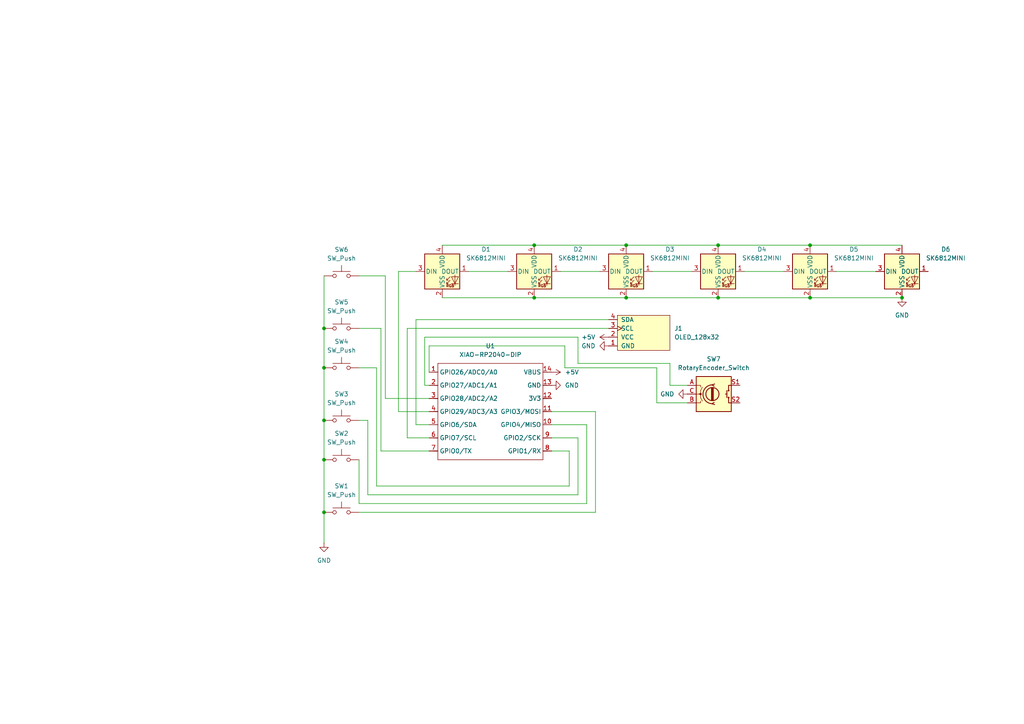
<source format=kicad_sch>
(kicad_sch
	(version 20250114)
	(generator "eeschema")
	(generator_version "9.0")
	(uuid "74e7083d-ea25-4685-83b3-ceee8ed7b08f")
	(paper "A4")
	(lib_symbols
		(symbol "Device:RotaryEncoder_Switch"
			(pin_names
				(offset 0.254)
				(hide yes)
			)
			(exclude_from_sim no)
			(in_bom yes)
			(on_board yes)
			(property "Reference" "SW"
				(at 0 6.604 0)
				(effects
					(font
						(size 1.27 1.27)
					)
				)
			)
			(property "Value" "RotaryEncoder_Switch"
				(at 0 -6.604 0)
				(effects
					(font
						(size 1.27 1.27)
					)
				)
			)
			(property "Footprint" ""
				(at -3.81 4.064 0)
				(effects
					(font
						(size 1.27 1.27)
					)
					(hide yes)
				)
			)
			(property "Datasheet" "~"
				(at 0 6.604 0)
				(effects
					(font
						(size 1.27 1.27)
					)
					(hide yes)
				)
			)
			(property "Description" "Rotary encoder, dual channel, incremental quadrate outputs, with switch"
				(at 0 0 0)
				(effects
					(font
						(size 1.27 1.27)
					)
					(hide yes)
				)
			)
			(property "ki_keywords" "rotary switch encoder switch push button"
				(at 0 0 0)
				(effects
					(font
						(size 1.27 1.27)
					)
					(hide yes)
				)
			)
			(property "ki_fp_filters" "RotaryEncoder*Switch*"
				(at 0 0 0)
				(effects
					(font
						(size 1.27 1.27)
					)
					(hide yes)
				)
			)
			(symbol "RotaryEncoder_Switch_0_1"
				(rectangle
					(start -5.08 5.08)
					(end 5.08 -5.08)
					(stroke
						(width 0.254)
						(type default)
					)
					(fill
						(type background)
					)
				)
				(polyline
					(pts
						(xy -5.08 2.54) (xy -3.81 2.54) (xy -3.81 2.032)
					)
					(stroke
						(width 0)
						(type default)
					)
					(fill
						(type none)
					)
				)
				(polyline
					(pts
						(xy -5.08 0) (xy -3.81 0) (xy -3.81 -1.016) (xy -3.302 -2.032)
					)
					(stroke
						(width 0)
						(type default)
					)
					(fill
						(type none)
					)
				)
				(polyline
					(pts
						(xy -5.08 -2.54) (xy -3.81 -2.54) (xy -3.81 -2.032)
					)
					(stroke
						(width 0)
						(type default)
					)
					(fill
						(type none)
					)
				)
				(polyline
					(pts
						(xy -4.318 0) (xy -3.81 0) (xy -3.81 1.016) (xy -3.302 2.032)
					)
					(stroke
						(width 0)
						(type default)
					)
					(fill
						(type none)
					)
				)
				(circle
					(center -3.81 0)
					(radius 0.254)
					(stroke
						(width 0)
						(type default)
					)
					(fill
						(type outline)
					)
				)
				(polyline
					(pts
						(xy -0.635 -1.778) (xy -0.635 1.778)
					)
					(stroke
						(width 0.254)
						(type default)
					)
					(fill
						(type none)
					)
				)
				(circle
					(center -0.381 0)
					(radius 1.905)
					(stroke
						(width 0.254)
						(type default)
					)
					(fill
						(type none)
					)
				)
				(polyline
					(pts
						(xy -0.381 -1.778) (xy -0.381 1.778)
					)
					(stroke
						(width 0.254)
						(type default)
					)
					(fill
						(type none)
					)
				)
				(arc
					(start -0.381 -2.794)
					(mid -3.0988 -0.0635)
					(end -0.381 2.667)
					(stroke
						(width 0.254)
						(type default)
					)
					(fill
						(type none)
					)
				)
				(polyline
					(pts
						(xy -0.127 1.778) (xy -0.127 -1.778)
					)
					(stroke
						(width 0.254)
						(type default)
					)
					(fill
						(type none)
					)
				)
				(polyline
					(pts
						(xy 0.254 2.921) (xy -0.508 2.667) (xy 0.127 2.286)
					)
					(stroke
						(width 0.254)
						(type default)
					)
					(fill
						(type none)
					)
				)
				(polyline
					(pts
						(xy 0.254 -3.048) (xy -0.508 -2.794) (xy 0.127 -2.413)
					)
					(stroke
						(width 0.254)
						(type default)
					)
					(fill
						(type none)
					)
				)
				(polyline
					(pts
						(xy 3.81 1.016) (xy 3.81 -1.016)
					)
					(stroke
						(width 0.254)
						(type default)
					)
					(fill
						(type none)
					)
				)
				(polyline
					(pts
						(xy 3.81 0) (xy 3.429 0)
					)
					(stroke
						(width 0.254)
						(type default)
					)
					(fill
						(type none)
					)
				)
				(circle
					(center 4.318 1.016)
					(radius 0.127)
					(stroke
						(width 0.254)
						(type default)
					)
					(fill
						(type none)
					)
				)
				(circle
					(center 4.318 -1.016)
					(radius 0.127)
					(stroke
						(width 0.254)
						(type default)
					)
					(fill
						(type none)
					)
				)
				(polyline
					(pts
						(xy 5.08 2.54) (xy 4.318 2.54) (xy 4.318 1.016)
					)
					(stroke
						(width 0.254)
						(type default)
					)
					(fill
						(type none)
					)
				)
				(polyline
					(pts
						(xy 5.08 -2.54) (xy 4.318 -2.54) (xy 4.318 -1.016)
					)
					(stroke
						(width 0.254)
						(type default)
					)
					(fill
						(type none)
					)
				)
			)
			(symbol "RotaryEncoder_Switch_1_1"
				(pin passive line
					(at -7.62 2.54 0)
					(length 2.54)
					(name "A"
						(effects
							(font
								(size 1.27 1.27)
							)
						)
					)
					(number "A"
						(effects
							(font
								(size 1.27 1.27)
							)
						)
					)
				)
				(pin passive line
					(at -7.62 0 0)
					(length 2.54)
					(name "C"
						(effects
							(font
								(size 1.27 1.27)
							)
						)
					)
					(number "C"
						(effects
							(font
								(size 1.27 1.27)
							)
						)
					)
				)
				(pin passive line
					(at -7.62 -2.54 0)
					(length 2.54)
					(name "B"
						(effects
							(font
								(size 1.27 1.27)
							)
						)
					)
					(number "B"
						(effects
							(font
								(size 1.27 1.27)
							)
						)
					)
				)
				(pin passive line
					(at 7.62 2.54 180)
					(length 2.54)
					(name "S1"
						(effects
							(font
								(size 1.27 1.27)
							)
						)
					)
					(number "S1"
						(effects
							(font
								(size 1.27 1.27)
							)
						)
					)
				)
				(pin passive line
					(at 7.62 -2.54 180)
					(length 2.54)
					(name "S2"
						(effects
							(font
								(size 1.27 1.27)
							)
						)
					)
					(number "S2"
						(effects
							(font
								(size 1.27 1.27)
							)
						)
					)
				)
			)
			(embedded_fonts no)
		)
		(symbol "LED:SK6812MINI"
			(pin_names
				(offset 0.254)
			)
			(exclude_from_sim no)
			(in_bom yes)
			(on_board yes)
			(property "Reference" "D"
				(at 5.08 5.715 0)
				(effects
					(font
						(size 1.27 1.27)
					)
					(justify right bottom)
				)
			)
			(property "Value" "SK6812MINI"
				(at 1.27 -5.715 0)
				(effects
					(font
						(size 1.27 1.27)
					)
					(justify left top)
				)
			)
			(property "Footprint" "LED_SMD:LED_SK6812MINI_PLCC4_3.5x3.5mm_P1.75mm"
				(at 1.27 -7.62 0)
				(effects
					(font
						(size 1.27 1.27)
					)
					(justify left top)
					(hide yes)
				)
			)
			(property "Datasheet" "https://cdn-shop.adafruit.com/product-files/2686/SK6812MINI_REV.01-1-2.pdf"
				(at 2.54 -9.525 0)
				(effects
					(font
						(size 1.27 1.27)
					)
					(justify left top)
					(hide yes)
				)
			)
			(property "Description" "RGB LED with integrated controller"
				(at 0 0 0)
				(effects
					(font
						(size 1.27 1.27)
					)
					(hide yes)
				)
			)
			(property "ki_keywords" "RGB LED NeoPixel Mini addressable"
				(at 0 0 0)
				(effects
					(font
						(size 1.27 1.27)
					)
					(hide yes)
				)
			)
			(property "ki_fp_filters" "LED*SK6812MINI*PLCC*3.5x3.5mm*P1.75mm*"
				(at 0 0 0)
				(effects
					(font
						(size 1.27 1.27)
					)
					(hide yes)
				)
			)
			(symbol "SK6812MINI_0_0"
				(text "RGB"
					(at 2.286 -4.191 0)
					(effects
						(font
							(size 0.762 0.762)
						)
					)
				)
			)
			(symbol "SK6812MINI_0_1"
				(polyline
					(pts
						(xy 1.27 -2.54) (xy 1.778 -2.54)
					)
					(stroke
						(width 0)
						(type default)
					)
					(fill
						(type none)
					)
				)
				(polyline
					(pts
						(xy 1.27 -3.556) (xy 1.778 -3.556)
					)
					(stroke
						(width 0)
						(type default)
					)
					(fill
						(type none)
					)
				)
				(polyline
					(pts
						(xy 2.286 -1.524) (xy 1.27 -2.54) (xy 1.27 -2.032)
					)
					(stroke
						(width 0)
						(type default)
					)
					(fill
						(type none)
					)
				)
				(polyline
					(pts
						(xy 2.286 -2.54) (xy 1.27 -3.556) (xy 1.27 -3.048)
					)
					(stroke
						(width 0)
						(type default)
					)
					(fill
						(type none)
					)
				)
				(polyline
					(pts
						(xy 3.683 -1.016) (xy 3.683 -3.556) (xy 3.683 -4.064)
					)
					(stroke
						(width 0)
						(type default)
					)
					(fill
						(type none)
					)
				)
				(polyline
					(pts
						(xy 4.699 -1.524) (xy 2.667 -1.524) (xy 3.683 -3.556) (xy 4.699 -1.524)
					)
					(stroke
						(width 0)
						(type default)
					)
					(fill
						(type none)
					)
				)
				(polyline
					(pts
						(xy 4.699 -3.556) (xy 2.667 -3.556)
					)
					(stroke
						(width 0)
						(type default)
					)
					(fill
						(type none)
					)
				)
				(rectangle
					(start 5.08 5.08)
					(end -5.08 -5.08)
					(stroke
						(width 0.254)
						(type default)
					)
					(fill
						(type background)
					)
				)
			)
			(symbol "SK6812MINI_1_1"
				(pin input line
					(at -7.62 0 0)
					(length 2.54)
					(name "DIN"
						(effects
							(font
								(size 1.27 1.27)
							)
						)
					)
					(number "3"
						(effects
							(font
								(size 1.27 1.27)
							)
						)
					)
				)
				(pin power_in line
					(at 0 7.62 270)
					(length 2.54)
					(name "VDD"
						(effects
							(font
								(size 1.27 1.27)
							)
						)
					)
					(number "4"
						(effects
							(font
								(size 1.27 1.27)
							)
						)
					)
				)
				(pin power_in line
					(at 0 -7.62 90)
					(length 2.54)
					(name "VSS"
						(effects
							(font
								(size 1.27 1.27)
							)
						)
					)
					(number "2"
						(effects
							(font
								(size 1.27 1.27)
							)
						)
					)
				)
				(pin output line
					(at 7.62 0 180)
					(length 2.54)
					(name "DOUT"
						(effects
							(font
								(size 1.27 1.27)
							)
						)
					)
					(number "1"
						(effects
							(font
								(size 1.27 1.27)
							)
						)
					)
				)
			)
			(embedded_fonts no)
		)
		(symbol "OPL:XIAO-RP2040-DIP"
			(exclude_from_sim no)
			(in_bom yes)
			(on_board yes)
			(property "Reference" "U"
				(at 0 0 0)
				(effects
					(font
						(size 1.27 1.27)
					)
				)
			)
			(property "Value" "XIAO-RP2040-DIP"
				(at 5.334 -1.778 0)
				(effects
					(font
						(size 1.27 1.27)
					)
				)
			)
			(property "Footprint" "Module:MOUDLE14P-XIAO-DIP-SMD"
				(at 14.478 -32.258 0)
				(effects
					(font
						(size 1.27 1.27)
					)
					(hide yes)
				)
			)
			(property "Datasheet" ""
				(at 0 0 0)
				(effects
					(font
						(size 1.27 1.27)
					)
					(hide yes)
				)
			)
			(property "Description" ""
				(at 0 0 0)
				(effects
					(font
						(size 1.27 1.27)
					)
					(hide yes)
				)
			)
			(symbol "XIAO-RP2040-DIP_1_0"
				(polyline
					(pts
						(xy -1.27 -2.54) (xy 29.21 -2.54)
					)
					(stroke
						(width 0.1524)
						(type solid)
					)
					(fill
						(type none)
					)
				)
				(polyline
					(pts
						(xy -1.27 -5.08) (xy -2.54 -5.08)
					)
					(stroke
						(width 0.1524)
						(type solid)
					)
					(fill
						(type none)
					)
				)
				(polyline
					(pts
						(xy -1.27 -5.08) (xy -1.27 -2.54)
					)
					(stroke
						(width 0.1524)
						(type solid)
					)
					(fill
						(type none)
					)
				)
				(polyline
					(pts
						(xy -1.27 -8.89) (xy -2.54 -8.89)
					)
					(stroke
						(width 0.1524)
						(type solid)
					)
					(fill
						(type none)
					)
				)
				(polyline
					(pts
						(xy -1.27 -8.89) (xy -1.27 -5.08)
					)
					(stroke
						(width 0.1524)
						(type solid)
					)
					(fill
						(type none)
					)
				)
				(polyline
					(pts
						(xy -1.27 -12.7) (xy -2.54 -12.7)
					)
					(stroke
						(width 0.1524)
						(type solid)
					)
					(fill
						(type none)
					)
				)
				(polyline
					(pts
						(xy -1.27 -12.7) (xy -1.27 -8.89)
					)
					(stroke
						(width 0.1524)
						(type solid)
					)
					(fill
						(type none)
					)
				)
				(polyline
					(pts
						(xy -1.27 -16.51) (xy -2.54 -16.51)
					)
					(stroke
						(width 0.1524)
						(type solid)
					)
					(fill
						(type none)
					)
				)
				(polyline
					(pts
						(xy -1.27 -16.51) (xy -1.27 -12.7)
					)
					(stroke
						(width 0.1524)
						(type solid)
					)
					(fill
						(type none)
					)
				)
				(polyline
					(pts
						(xy -1.27 -20.32) (xy -2.54 -20.32)
					)
					(stroke
						(width 0.1524)
						(type solid)
					)
					(fill
						(type none)
					)
				)
				(polyline
					(pts
						(xy -1.27 -24.13) (xy -2.54 -24.13)
					)
					(stroke
						(width 0.1524)
						(type solid)
					)
					(fill
						(type none)
					)
				)
				(polyline
					(pts
						(xy -1.27 -27.94) (xy -2.54 -27.94)
					)
					(stroke
						(width 0.1524)
						(type solid)
					)
					(fill
						(type none)
					)
				)
				(polyline
					(pts
						(xy -1.27 -30.48) (xy -1.27 -16.51)
					)
					(stroke
						(width 0.1524)
						(type solid)
					)
					(fill
						(type none)
					)
				)
				(polyline
					(pts
						(xy 29.21 -2.54) (xy 29.21 -5.08)
					)
					(stroke
						(width 0.1524)
						(type solid)
					)
					(fill
						(type none)
					)
				)
				(polyline
					(pts
						(xy 29.21 -5.08) (xy 29.21 -8.89)
					)
					(stroke
						(width 0.1524)
						(type solid)
					)
					(fill
						(type none)
					)
				)
				(polyline
					(pts
						(xy 29.21 -8.89) (xy 29.21 -12.7)
					)
					(stroke
						(width 0.1524)
						(type solid)
					)
					(fill
						(type none)
					)
				)
				(polyline
					(pts
						(xy 29.21 -12.7) (xy 29.21 -30.48)
					)
					(stroke
						(width 0.1524)
						(type solid)
					)
					(fill
						(type none)
					)
				)
				(polyline
					(pts
						(xy 29.21 -30.48) (xy -1.27 -30.48)
					)
					(stroke
						(width 0.1524)
						(type solid)
					)
					(fill
						(type none)
					)
				)
				(polyline
					(pts
						(xy 30.48 -5.08) (xy 29.21 -5.08)
					)
					(stroke
						(width 0.1524)
						(type solid)
					)
					(fill
						(type none)
					)
				)
				(polyline
					(pts
						(xy 30.48 -8.89) (xy 29.21 -8.89)
					)
					(stroke
						(width 0.1524)
						(type solid)
					)
					(fill
						(type none)
					)
				)
				(polyline
					(pts
						(xy 30.48 -12.7) (xy 29.21 -12.7)
					)
					(stroke
						(width 0.1524)
						(type solid)
					)
					(fill
						(type none)
					)
				)
				(polyline
					(pts
						(xy 30.48 -16.51) (xy 29.21 -16.51)
					)
					(stroke
						(width 0.1524)
						(type solid)
					)
					(fill
						(type none)
					)
				)
				(polyline
					(pts
						(xy 30.48 -20.32) (xy 29.21 -20.32)
					)
					(stroke
						(width 0.1524)
						(type solid)
					)
					(fill
						(type none)
					)
				)
				(polyline
					(pts
						(xy 30.48 -24.13) (xy 29.21 -24.13)
					)
					(stroke
						(width 0.1524)
						(type solid)
					)
					(fill
						(type none)
					)
				)
				(polyline
					(pts
						(xy 30.48 -27.94) (xy 29.21 -27.94)
					)
					(stroke
						(width 0.1524)
						(type solid)
					)
					(fill
						(type none)
					)
				)
				(pin passive line
					(at -3.81 -5.08 0)
					(length 2.54)
					(name "GPIO26/ADC0/A0"
						(effects
							(font
								(size 1.27 1.27)
							)
						)
					)
					(number "1"
						(effects
							(font
								(size 1.27 1.27)
							)
						)
					)
				)
				(pin passive line
					(at -3.81 -8.89 0)
					(length 2.54)
					(name "GPIO27/ADC1/A1"
						(effects
							(font
								(size 1.27 1.27)
							)
						)
					)
					(number "2"
						(effects
							(font
								(size 1.27 1.27)
							)
						)
					)
				)
				(pin passive line
					(at -3.81 -12.7 0)
					(length 2.54)
					(name "GPIO28/ADC2/A2"
						(effects
							(font
								(size 1.27 1.27)
							)
						)
					)
					(number "3"
						(effects
							(font
								(size 1.27 1.27)
							)
						)
					)
				)
				(pin passive line
					(at -3.81 -16.51 0)
					(length 2.54)
					(name "GPIO29/ADC3/A3"
						(effects
							(font
								(size 1.27 1.27)
							)
						)
					)
					(number "4"
						(effects
							(font
								(size 1.27 1.27)
							)
						)
					)
				)
				(pin passive line
					(at -3.81 -20.32 0)
					(length 2.54)
					(name "GPIO6/SDA"
						(effects
							(font
								(size 1.27 1.27)
							)
						)
					)
					(number "5"
						(effects
							(font
								(size 1.27 1.27)
							)
						)
					)
				)
				(pin passive line
					(at -3.81 -24.13 0)
					(length 2.54)
					(name "GPIO7/SCL"
						(effects
							(font
								(size 1.27 1.27)
							)
						)
					)
					(number "6"
						(effects
							(font
								(size 1.27 1.27)
							)
						)
					)
				)
				(pin passive line
					(at -3.81 -27.94 0)
					(length 2.54)
					(name "GPIO0/TX"
						(effects
							(font
								(size 1.27 1.27)
							)
						)
					)
					(number "7"
						(effects
							(font
								(size 1.27 1.27)
							)
						)
					)
				)
				(pin passive line
					(at 31.75 -5.08 180)
					(length 2.54)
					(name "VBUS"
						(effects
							(font
								(size 1.27 1.27)
							)
						)
					)
					(number "14"
						(effects
							(font
								(size 1.27 1.27)
							)
						)
					)
				)
				(pin passive line
					(at 31.75 -8.89 180)
					(length 2.54)
					(name "GND"
						(effects
							(font
								(size 1.27 1.27)
							)
						)
					)
					(number "13"
						(effects
							(font
								(size 1.27 1.27)
							)
						)
					)
				)
				(pin passive line
					(at 31.75 -12.7 180)
					(length 2.54)
					(name "3V3"
						(effects
							(font
								(size 1.27 1.27)
							)
						)
					)
					(number "12"
						(effects
							(font
								(size 1.27 1.27)
							)
						)
					)
				)
				(pin passive line
					(at 31.75 -16.51 180)
					(length 2.54)
					(name "GPIO3/MOSI"
						(effects
							(font
								(size 1.27 1.27)
							)
						)
					)
					(number "11"
						(effects
							(font
								(size 1.27 1.27)
							)
						)
					)
				)
				(pin passive line
					(at 31.75 -20.32 180)
					(length 2.54)
					(name "GPIO4/MISO"
						(effects
							(font
								(size 1.27 1.27)
							)
						)
					)
					(number "10"
						(effects
							(font
								(size 1.27 1.27)
							)
						)
					)
				)
				(pin passive line
					(at 31.75 -24.13 180)
					(length 2.54)
					(name "GPIO2/SCK"
						(effects
							(font
								(size 1.27 1.27)
							)
						)
					)
					(number "9"
						(effects
							(font
								(size 1.27 1.27)
							)
						)
					)
				)
				(pin passive line
					(at 31.75 -27.94 180)
					(length 2.54)
					(name "GPIO1/RX"
						(effects
							(font
								(size 1.27 1.27)
							)
						)
					)
					(number "8"
						(effects
							(font
								(size 1.27 1.27)
							)
						)
					)
				)
			)
			(embedded_fonts no)
		)
		(symbol "ScottoKeebs:OLED_128x32"
			(pin_names
				(offset 1.016)
			)
			(exclude_from_sim no)
			(in_bom yes)
			(on_board yes)
			(property "Reference" "J"
				(at 0 -6.35 0)
				(effects
					(font
						(size 1.27 1.27)
					)
				)
			)
			(property "Value" "OLED_128x32"
				(at 0 6.35 0)
				(effects
					(font
						(size 1.27 1.27)
					)
				)
			)
			(property "Footprint" "ScottoKeebs_Components:OLED_128x32"
				(at 0 8.89 0)
				(effects
					(font
						(size 1.27 1.27)
					)
					(hide yes)
				)
			)
			(property "Datasheet" ""
				(at 0 1.27 0)
				(effects
					(font
						(size 1.27 1.27)
					)
					(hide yes)
				)
			)
			(property "Description" ""
				(at 0 0 0)
				(effects
					(font
						(size 1.27 1.27)
					)
					(hide yes)
				)
			)
			(symbol "OLED_128x32_0_1"
				(rectangle
					(start 0 5.08)
					(end 15.24 -5.08)
					(stroke
						(width 0)
						(type default)
					)
					(fill
						(type background)
					)
				)
			)
			(symbol "OLED_128x32_1_1"
				(pin bidirectional line
					(at -2.54 3.81 0)
					(length 2.54)
					(name "SDA"
						(effects
							(font
								(size 1.27 1.27)
							)
						)
					)
					(number "4"
						(effects
							(font
								(size 1.27 1.27)
							)
						)
					)
				)
				(pin input clock
					(at -2.54 1.27 0)
					(length 2.54)
					(name "SCL"
						(effects
							(font
								(size 1.27 1.27)
							)
						)
					)
					(number "3"
						(effects
							(font
								(size 1.27 1.27)
							)
						)
					)
				)
				(pin power_in line
					(at -2.54 -1.27 0)
					(length 2.54)
					(name "VCC"
						(effects
							(font
								(size 1.27 1.27)
							)
						)
					)
					(number "2"
						(effects
							(font
								(size 1.27 1.27)
							)
						)
					)
				)
				(pin power_in line
					(at -2.54 -3.81 0)
					(length 2.54)
					(name "GND"
						(effects
							(font
								(size 1.27 1.27)
							)
						)
					)
					(number "1"
						(effects
							(font
								(size 1.27 1.27)
							)
						)
					)
				)
			)
			(embedded_fonts no)
		)
		(symbol "Switch:SW_Push"
			(pin_numbers
				(hide yes)
			)
			(pin_names
				(offset 1.016)
				(hide yes)
			)
			(exclude_from_sim no)
			(in_bom yes)
			(on_board yes)
			(property "Reference" "SW"
				(at 1.27 2.54 0)
				(effects
					(font
						(size 1.27 1.27)
					)
					(justify left)
				)
			)
			(property "Value" "SW_Push"
				(at 0 -1.524 0)
				(effects
					(font
						(size 1.27 1.27)
					)
				)
			)
			(property "Footprint" ""
				(at 0 5.08 0)
				(effects
					(font
						(size 1.27 1.27)
					)
					(hide yes)
				)
			)
			(property "Datasheet" "~"
				(at 0 5.08 0)
				(effects
					(font
						(size 1.27 1.27)
					)
					(hide yes)
				)
			)
			(property "Description" "Push button switch, generic, two pins"
				(at 0 0 0)
				(effects
					(font
						(size 1.27 1.27)
					)
					(hide yes)
				)
			)
			(property "ki_keywords" "switch normally-open pushbutton push-button"
				(at 0 0 0)
				(effects
					(font
						(size 1.27 1.27)
					)
					(hide yes)
				)
			)
			(symbol "SW_Push_0_1"
				(circle
					(center -2.032 0)
					(radius 0.508)
					(stroke
						(width 0)
						(type default)
					)
					(fill
						(type none)
					)
				)
				(polyline
					(pts
						(xy 0 1.27) (xy 0 3.048)
					)
					(stroke
						(width 0)
						(type default)
					)
					(fill
						(type none)
					)
				)
				(circle
					(center 2.032 0)
					(radius 0.508)
					(stroke
						(width 0)
						(type default)
					)
					(fill
						(type none)
					)
				)
				(polyline
					(pts
						(xy 2.54 1.27) (xy -2.54 1.27)
					)
					(stroke
						(width 0)
						(type default)
					)
					(fill
						(type none)
					)
				)
				(pin passive line
					(at -5.08 0 0)
					(length 2.54)
					(name "1"
						(effects
							(font
								(size 1.27 1.27)
							)
						)
					)
					(number "1"
						(effects
							(font
								(size 1.27 1.27)
							)
						)
					)
				)
				(pin passive line
					(at 5.08 0 180)
					(length 2.54)
					(name "2"
						(effects
							(font
								(size 1.27 1.27)
							)
						)
					)
					(number "2"
						(effects
							(font
								(size 1.27 1.27)
							)
						)
					)
				)
			)
			(embedded_fonts no)
		)
		(symbol "power:+5V"
			(power)
			(pin_numbers
				(hide yes)
			)
			(pin_names
				(offset 0)
				(hide yes)
			)
			(exclude_from_sim no)
			(in_bom yes)
			(on_board yes)
			(property "Reference" "#PWR"
				(at 0 -3.81 0)
				(effects
					(font
						(size 1.27 1.27)
					)
					(hide yes)
				)
			)
			(property "Value" "+5V"
				(at 0 3.556 0)
				(effects
					(font
						(size 1.27 1.27)
					)
				)
			)
			(property "Footprint" ""
				(at 0 0 0)
				(effects
					(font
						(size 1.27 1.27)
					)
					(hide yes)
				)
			)
			(property "Datasheet" ""
				(at 0 0 0)
				(effects
					(font
						(size 1.27 1.27)
					)
					(hide yes)
				)
			)
			(property "Description" "Power symbol creates a global label with name \"+5V\""
				(at 0 0 0)
				(effects
					(font
						(size 1.27 1.27)
					)
					(hide yes)
				)
			)
			(property "ki_keywords" "global power"
				(at 0 0 0)
				(effects
					(font
						(size 1.27 1.27)
					)
					(hide yes)
				)
			)
			(symbol "+5V_0_1"
				(polyline
					(pts
						(xy -0.762 1.27) (xy 0 2.54)
					)
					(stroke
						(width 0)
						(type default)
					)
					(fill
						(type none)
					)
				)
				(polyline
					(pts
						(xy 0 2.54) (xy 0.762 1.27)
					)
					(stroke
						(width 0)
						(type default)
					)
					(fill
						(type none)
					)
				)
				(polyline
					(pts
						(xy 0 0) (xy 0 2.54)
					)
					(stroke
						(width 0)
						(type default)
					)
					(fill
						(type none)
					)
				)
			)
			(symbol "+5V_1_1"
				(pin power_in line
					(at 0 0 90)
					(length 0)
					(name "~"
						(effects
							(font
								(size 1.27 1.27)
							)
						)
					)
					(number "1"
						(effects
							(font
								(size 1.27 1.27)
							)
						)
					)
				)
			)
			(embedded_fonts no)
		)
		(symbol "power:GND"
			(power)
			(pin_numbers
				(hide yes)
			)
			(pin_names
				(offset 0)
				(hide yes)
			)
			(exclude_from_sim no)
			(in_bom yes)
			(on_board yes)
			(property "Reference" "#PWR"
				(at 0 -6.35 0)
				(effects
					(font
						(size 1.27 1.27)
					)
					(hide yes)
				)
			)
			(property "Value" "GND"
				(at 0 -3.81 0)
				(effects
					(font
						(size 1.27 1.27)
					)
				)
			)
			(property "Footprint" ""
				(at 0 0 0)
				(effects
					(font
						(size 1.27 1.27)
					)
					(hide yes)
				)
			)
			(property "Datasheet" ""
				(at 0 0 0)
				(effects
					(font
						(size 1.27 1.27)
					)
					(hide yes)
				)
			)
			(property "Description" "Power symbol creates a global label with name \"GND\" , ground"
				(at 0 0 0)
				(effects
					(font
						(size 1.27 1.27)
					)
					(hide yes)
				)
			)
			(property "ki_keywords" "global power"
				(at 0 0 0)
				(effects
					(font
						(size 1.27 1.27)
					)
					(hide yes)
				)
			)
			(symbol "GND_0_1"
				(polyline
					(pts
						(xy 0 0) (xy 0 -1.27) (xy 1.27 -1.27) (xy 0 -2.54) (xy -1.27 -1.27) (xy 0 -1.27)
					)
					(stroke
						(width 0)
						(type default)
					)
					(fill
						(type none)
					)
				)
			)
			(symbol "GND_1_1"
				(pin power_in line
					(at 0 0 270)
					(length 0)
					(name "~"
						(effects
							(font
								(size 1.27 1.27)
							)
						)
					)
					(number "1"
						(effects
							(font
								(size 1.27 1.27)
							)
						)
					)
				)
			)
			(embedded_fonts no)
		)
	)
	(junction
		(at 234.95 86.36)
		(diameter 0)
		(color 0 0 0 0)
		(uuid "092764b7-4a17-4dd0-a8fd-60a729dddc83")
	)
	(junction
		(at 154.94 86.36)
		(diameter 0)
		(color 0 0 0 0)
		(uuid "154fc784-099d-4cf7-8d2d-819791d2c4ce")
	)
	(junction
		(at 181.61 86.36)
		(diameter 0)
		(color 0 0 0 0)
		(uuid "193e25f2-7eac-4715-9ac4-d4e0f59d8d98")
	)
	(junction
		(at 93.98 95.25)
		(diameter 0)
		(color 0 0 0 0)
		(uuid "22747520-9495-48a4-912a-e9f7f052228e")
	)
	(junction
		(at 93.98 133.35)
		(diameter 0)
		(color 0 0 0 0)
		(uuid "26b10237-7498-4a71-a808-e2f8b68d87ff")
	)
	(junction
		(at 154.94 71.12)
		(diameter 0)
		(color 0 0 0 0)
		(uuid "33ec0210-195a-4fdb-bcb1-78d1af5417f7")
	)
	(junction
		(at 181.61 71.12)
		(diameter 0)
		(color 0 0 0 0)
		(uuid "61a31369-3d84-4622-b6fc-d1cb8d031fe2")
	)
	(junction
		(at 208.28 86.36)
		(diameter 0)
		(color 0 0 0 0)
		(uuid "b07f226d-bd10-4677-ae3e-8ba00c929035")
	)
	(junction
		(at 208.28 71.12)
		(diameter 0)
		(color 0 0 0 0)
		(uuid "bc40218c-2af0-4c2f-a92b-691d4fa30da3")
	)
	(junction
		(at 93.98 148.59)
		(diameter 0)
		(color 0 0 0 0)
		(uuid "c0e4e075-7aed-4a53-b9fc-2a7ed60b0819")
	)
	(junction
		(at 261.62 86.36)
		(diameter 0)
		(color 0 0 0 0)
		(uuid "c70067f5-30f9-4e42-9bf2-edc5a123abca")
	)
	(junction
		(at 234.95 71.12)
		(diameter 0)
		(color 0 0 0 0)
		(uuid "e4855d0f-de59-43b3-b443-c61d28442779")
	)
	(junction
		(at 93.98 121.92)
		(diameter 0)
		(color 0 0 0 0)
		(uuid "e8c8adc3-8e8d-4377-b948-60fff6388557")
	)
	(junction
		(at 93.98 106.68)
		(diameter 0)
		(color 0 0 0 0)
		(uuid "eb413822-bf9c-4781-8769-a2eaed891eb5")
	)
	(wire
		(pts
			(xy 93.98 106.68) (xy 93.98 121.92)
		)
		(stroke
			(width 0)
			(type default)
		)
		(uuid "00ab2b63-a01f-47fd-86b5-9768de1be3a5")
	)
	(wire
		(pts
			(xy 120.65 123.19) (xy 124.46 123.19)
		)
		(stroke
			(width 0)
			(type default)
		)
		(uuid "03240988-fdd3-4e94-8e69-28577f356d1d")
	)
	(wire
		(pts
			(xy 104.14 148.59) (xy 172.72 148.59)
		)
		(stroke
			(width 0)
			(type default)
		)
		(uuid "04893e20-6910-42b2-abb2-92e81df34563")
	)
	(wire
		(pts
			(xy 165.1 130.81) (xy 160.02 130.81)
		)
		(stroke
			(width 0)
			(type default)
		)
		(uuid "05629f25-97df-4a54-b75d-48be98b83d78")
	)
	(wire
		(pts
			(xy 167.64 97.79) (xy 167.64 105.41)
		)
		(stroke
			(width 0)
			(type default)
		)
		(uuid "05e09cba-264f-4437-8221-2d16e146f89a")
	)
	(wire
		(pts
			(xy 234.95 71.12) (xy 208.28 71.12)
		)
		(stroke
			(width 0)
			(type default)
		)
		(uuid "0e56e723-c789-4ee5-bf5d-8ac250d81030")
	)
	(wire
		(pts
			(xy 167.64 143.51) (xy 167.64 127)
		)
		(stroke
			(width 0)
			(type default)
		)
		(uuid "0ea233bf-e8e9-4b88-bdc0-88fd3566fd09")
	)
	(wire
		(pts
			(xy 118.11 95.25) (xy 118.11 127)
		)
		(stroke
			(width 0)
			(type default)
		)
		(uuid "11987dd0-490b-4121-a3c8-8d89de51db84")
	)
	(wire
		(pts
			(xy 189.23 78.74) (xy 200.66 78.74)
		)
		(stroke
			(width 0)
			(type default)
		)
		(uuid "14812c8e-5cb1-4f68-9fd1-b8163063ba46")
	)
	(wire
		(pts
			(xy 93.98 148.59) (xy 93.98 157.48)
		)
		(stroke
			(width 0)
			(type default)
		)
		(uuid "15841d73-4b30-4083-a97d-cee0073e9d2e")
	)
	(wire
		(pts
			(xy 208.28 86.36) (xy 181.61 86.36)
		)
		(stroke
			(width 0)
			(type default)
		)
		(uuid "1796cae6-787a-40f8-8978-0a8b9d81f5bc")
	)
	(wire
		(pts
			(xy 118.11 127) (xy 124.46 127)
		)
		(stroke
			(width 0)
			(type default)
		)
		(uuid "19403622-e58d-437f-9c70-870e42a5c052")
	)
	(wire
		(pts
			(xy 170.18 146.05) (xy 170.18 123.19)
		)
		(stroke
			(width 0)
			(type default)
		)
		(uuid "1ac71766-5ef8-403a-b4f8-a1d7d37d4a18")
	)
	(wire
		(pts
			(xy 106.68 121.92) (xy 106.68 143.51)
		)
		(stroke
			(width 0)
			(type default)
		)
		(uuid "1e06b25a-fff3-4fc6-84f8-b54bc8befdda")
	)
	(wire
		(pts
			(xy 104.14 106.68) (xy 109.22 106.68)
		)
		(stroke
			(width 0)
			(type default)
		)
		(uuid "22947f36-10ab-40d7-9b65-3751b5cda0e7")
	)
	(wire
		(pts
			(xy 163.83 100.33) (xy 163.83 106.68)
		)
		(stroke
			(width 0)
			(type default)
		)
		(uuid "2792d4cc-c160-4f2f-bbea-a35b3e050493")
	)
	(wire
		(pts
			(xy 104.14 95.25) (xy 110.49 95.25)
		)
		(stroke
			(width 0)
			(type default)
		)
		(uuid "2b0d59a2-49d6-45fb-ab3d-00de97144d18")
	)
	(wire
		(pts
			(xy 104.14 121.92) (xy 106.68 121.92)
		)
		(stroke
			(width 0)
			(type default)
		)
		(uuid "2f5dc7b0-5910-4d28-a737-b9a114a7d991")
	)
	(wire
		(pts
			(xy 190.5 106.68) (xy 190.5 116.84)
		)
		(stroke
			(width 0)
			(type default)
		)
		(uuid "340403f5-f8c2-4e81-9830-2860bd6e4853")
	)
	(wire
		(pts
			(xy 165.1 140.97) (xy 165.1 130.81)
		)
		(stroke
			(width 0)
			(type default)
		)
		(uuid "34b5704b-bbaf-45e6-beea-c344a4aa7c5f")
	)
	(wire
		(pts
			(xy 261.62 86.36) (xy 234.95 86.36)
		)
		(stroke
			(width 0)
			(type default)
		)
		(uuid "39620d7f-82b4-43a5-8eb3-d65027cbf5f9")
	)
	(wire
		(pts
			(xy 93.98 121.92) (xy 93.98 133.35)
		)
		(stroke
			(width 0)
			(type default)
		)
		(uuid "3ad6709f-9bff-48f8-a8bc-847e67f90070")
	)
	(wire
		(pts
			(xy 128.27 71.12) (xy 154.94 71.12)
		)
		(stroke
			(width 0)
			(type default)
		)
		(uuid "407563ff-b455-450f-8355-8edc3045f7dd")
	)
	(wire
		(pts
			(xy 115.57 78.74) (xy 120.65 78.74)
		)
		(stroke
			(width 0)
			(type default)
		)
		(uuid "432d026c-4883-4381-98d3-bdd9e8c3e1d1")
	)
	(wire
		(pts
			(xy 118.11 95.25) (xy 176.53 95.25)
		)
		(stroke
			(width 0)
			(type default)
		)
		(uuid "47a8edea-a838-4cd6-a41f-5a2257fb6919")
	)
	(wire
		(pts
			(xy 123.19 97.79) (xy 167.64 97.79)
		)
		(stroke
			(width 0)
			(type default)
		)
		(uuid "49a0b5ea-a0f2-4ab2-99f5-0943148f4e92")
	)
	(wire
		(pts
			(xy 172.72 148.59) (xy 172.72 119.38)
		)
		(stroke
			(width 0)
			(type default)
		)
		(uuid "4a9d8948-2a1c-40c7-be1c-50b03f39fe9a")
	)
	(wire
		(pts
			(xy 167.64 127) (xy 160.02 127)
		)
		(stroke
			(width 0)
			(type default)
		)
		(uuid "4d630227-6d52-47ef-907c-b7d36ba86929")
	)
	(wire
		(pts
			(xy 115.57 119.38) (xy 124.46 119.38)
		)
		(stroke
			(width 0)
			(type default)
		)
		(uuid "4eabe0fb-8c0e-4b64-9371-2306f5534aed")
	)
	(wire
		(pts
			(xy 123.19 111.76) (xy 123.19 97.79)
		)
		(stroke
			(width 0)
			(type default)
		)
		(uuid "64d2d446-d9c1-47f5-bcf0-c70a4d932802")
	)
	(wire
		(pts
			(xy 194.31 111.76) (xy 199.39 111.76)
		)
		(stroke
			(width 0)
			(type default)
		)
		(uuid "68ad5998-10f3-4916-bd93-e5197d6f459d")
	)
	(wire
		(pts
			(xy 115.57 78.74) (xy 115.57 119.38)
		)
		(stroke
			(width 0)
			(type default)
		)
		(uuid "6af1d7aa-b011-4e43-8a52-998243dac347")
	)
	(wire
		(pts
			(xy 181.61 71.12) (xy 154.94 71.12)
		)
		(stroke
			(width 0)
			(type default)
		)
		(uuid "6c0955e7-7f7a-41a3-afa3-edfcd45fb854")
	)
	(wire
		(pts
			(xy 167.64 105.41) (xy 194.31 105.41)
		)
		(stroke
			(width 0)
			(type default)
		)
		(uuid "6cdf1fd8-44f8-4770-ad9a-ba05c29734be")
	)
	(wire
		(pts
			(xy 215.9 78.74) (xy 227.33 78.74)
		)
		(stroke
			(width 0)
			(type default)
		)
		(uuid "7072bf57-0126-4a25-9378-0a3217687246")
	)
	(wire
		(pts
			(xy 124.46 111.76) (xy 123.19 111.76)
		)
		(stroke
			(width 0)
			(type default)
		)
		(uuid "70da95d1-ef3a-4c8e-a749-64a2aa6df661")
	)
	(wire
		(pts
			(xy 172.72 119.38) (xy 160.02 119.38)
		)
		(stroke
			(width 0)
			(type default)
		)
		(uuid "73d40399-8f3c-4c98-b6e3-005511184d26")
	)
	(wire
		(pts
			(xy 104.14 80.01) (xy 111.76 80.01)
		)
		(stroke
			(width 0)
			(type default)
		)
		(uuid "752b87ea-449a-4be6-a93a-971a69d856e5")
	)
	(wire
		(pts
			(xy 124.46 107.95) (xy 124.46 100.33)
		)
		(stroke
			(width 0)
			(type default)
		)
		(uuid "7a3309b9-f483-45d7-bc57-323044d239ec")
	)
	(wire
		(pts
			(xy 111.76 80.01) (xy 111.76 115.57)
		)
		(stroke
			(width 0)
			(type default)
		)
		(uuid "7e39aa5e-eaaf-488d-a0c4-16883ed43a32")
	)
	(wire
		(pts
			(xy 104.14 133.35) (xy 104.14 146.05)
		)
		(stroke
			(width 0)
			(type default)
		)
		(uuid "87189822-d65b-4ad6-9fdd-071e99dc4ecd")
	)
	(wire
		(pts
			(xy 109.22 140.97) (xy 165.1 140.97)
		)
		(stroke
			(width 0)
			(type default)
		)
		(uuid "87858e27-23f1-4194-a3a5-55721aac88f1")
	)
	(wire
		(pts
			(xy 124.46 100.33) (xy 163.83 100.33)
		)
		(stroke
			(width 0)
			(type default)
		)
		(uuid "88b10926-69a5-4dc3-8cb1-f77babbc2d4b")
	)
	(wire
		(pts
			(xy 160.02 123.19) (xy 170.18 123.19)
		)
		(stroke
			(width 0)
			(type default)
		)
		(uuid "8b20b71a-a772-4b4c-8fc9-d25d6ac992d9")
	)
	(wire
		(pts
			(xy 242.57 78.74) (xy 254 78.74)
		)
		(stroke
			(width 0)
			(type default)
		)
		(uuid "8b87b2bd-4967-42a2-a4b9-dd6d8b48569d")
	)
	(wire
		(pts
			(xy 176.53 92.71) (xy 120.65 92.71)
		)
		(stroke
			(width 0)
			(type default)
		)
		(uuid "9011d17b-7883-48c7-9fb3-7392d71658f3")
	)
	(wire
		(pts
			(xy 120.65 92.71) (xy 120.65 123.19)
		)
		(stroke
			(width 0)
			(type default)
		)
		(uuid "9df4de6f-3ac8-45a2-8c25-97ee69455259")
	)
	(wire
		(pts
			(xy 93.98 80.01) (xy 93.98 95.25)
		)
		(stroke
			(width 0)
			(type default)
		)
		(uuid "a01fd1a8-d609-43b4-99ff-ef63b92b6ba6")
	)
	(wire
		(pts
			(xy 110.49 130.81) (xy 124.46 130.81)
		)
		(stroke
			(width 0)
			(type default)
		)
		(uuid "a5e7cdc2-988d-471a-887e-6542cf152da8")
	)
	(wire
		(pts
			(xy 162.56 78.74) (xy 173.99 78.74)
		)
		(stroke
			(width 0)
			(type default)
		)
		(uuid "a64abc03-6f2c-43df-810b-19548d1ec2f1")
	)
	(wire
		(pts
			(xy 106.68 143.51) (xy 167.64 143.51)
		)
		(stroke
			(width 0)
			(type default)
		)
		(uuid "a80427cc-c761-48be-99de-ad4ca6e8076b")
	)
	(wire
		(pts
			(xy 109.22 106.68) (xy 109.22 140.97)
		)
		(stroke
			(width 0)
			(type default)
		)
		(uuid "a8a15a41-8272-4acf-b864-433064cb3800")
	)
	(wire
		(pts
			(xy 128.27 86.36) (xy 154.94 86.36)
		)
		(stroke
			(width 0)
			(type default)
		)
		(uuid "af837466-7c26-445c-b96c-aab775501461")
	)
	(wire
		(pts
			(xy 163.83 106.68) (xy 190.5 106.68)
		)
		(stroke
			(width 0)
			(type default)
		)
		(uuid "b90ec415-438b-422b-878e-7f699b605924")
	)
	(wire
		(pts
			(xy 135.89 78.74) (xy 147.32 78.74)
		)
		(stroke
			(width 0)
			(type default)
		)
		(uuid "c32c1f3a-1bae-4b59-bbc3-dc8e94674775")
	)
	(wire
		(pts
			(xy 104.14 146.05) (xy 170.18 146.05)
		)
		(stroke
			(width 0)
			(type default)
		)
		(uuid "c3d981c1-eab6-4349-971a-cb1a3799ba89")
	)
	(wire
		(pts
			(xy 154.94 86.36) (xy 181.61 86.36)
		)
		(stroke
			(width 0)
			(type default)
		)
		(uuid "c7ea1be9-84a1-4617-8130-a7e03738b3ec")
	)
	(wire
		(pts
			(xy 208.28 71.12) (xy 181.61 71.12)
		)
		(stroke
			(width 0)
			(type default)
		)
		(uuid "c8858578-08f5-40e5-8a57-f105f0f9739c")
	)
	(wire
		(pts
			(xy 111.76 115.57) (xy 124.46 115.57)
		)
		(stroke
			(width 0)
			(type default)
		)
		(uuid "d19e4229-41a4-43e1-a688-5c189ea9d4fb")
	)
	(wire
		(pts
			(xy 194.31 105.41) (xy 194.31 111.76)
		)
		(stroke
			(width 0)
			(type default)
		)
		(uuid "d43fc42f-89c5-45bf-bfa8-c46c73e7ce8e")
	)
	(wire
		(pts
			(xy 190.5 116.84) (xy 199.39 116.84)
		)
		(stroke
			(width 0)
			(type default)
		)
		(uuid "d4c4b001-c423-46f9-888a-ba08079ae918")
	)
	(wire
		(pts
			(xy 93.98 95.25) (xy 93.98 106.68)
		)
		(stroke
			(width 0)
			(type default)
		)
		(uuid "d760cd1d-adc9-4a15-8f7e-1d87a46e5da4")
	)
	(wire
		(pts
			(xy 234.95 71.12) (xy 261.62 71.12)
		)
		(stroke
			(width 0)
			(type default)
		)
		(uuid "d84741eb-c2bf-4d5d-9f39-fa09e98dbb3e")
	)
	(wire
		(pts
			(xy 93.98 133.35) (xy 93.98 148.59)
		)
		(stroke
			(width 0)
			(type default)
		)
		(uuid "dd2bdf26-a982-45a7-a33b-734d367890f3")
	)
	(wire
		(pts
			(xy 110.49 95.25) (xy 110.49 130.81)
		)
		(stroke
			(width 0)
			(type default)
		)
		(uuid "e8a608dd-eee8-4a92-8283-939f5b1bd270")
	)
	(wire
		(pts
			(xy 234.95 86.36) (xy 208.28 86.36)
		)
		(stroke
			(width 0)
			(type default)
		)
		(uuid "f90a7dba-dee3-476d-ac4b-0d8ca91a9cbe")
	)
	(symbol
		(lib_id "OPL:XIAO-RP2040-DIP")
		(at 128.27 102.87 0)
		(unit 1)
		(exclude_from_sim no)
		(in_bom yes)
		(on_board yes)
		(dnp no)
		(fields_autoplaced yes)
		(uuid "17aa15fe-6c01-4b52-bafd-832312f630e7")
		(property "Reference" "U1"
			(at 142.24 100.33 0)
			(effects
				(font
					(size 1.27 1.27)
				)
			)
		)
		(property "Value" "XIAO-RP2040-DIP"
			(at 142.24 102.87 0)
			(effects
				(font
					(size 1.27 1.27)
				)
			)
		)
		(property "Footprint" "OPL:XIAO-RP2040-DIP"
			(at 142.748 135.128 0)
			(effects
				(font
					(size 1.27 1.27)
				)
				(hide yes)
			)
		)
		(property "Datasheet" ""
			(at 128.27 102.87 0)
			(effects
				(font
					(size 1.27 1.27)
				)
				(hide yes)
			)
		)
		(property "Description" ""
			(at 128.27 102.87 0)
			(effects
				(font
					(size 1.27 1.27)
				)
				(hide yes)
			)
		)
		(pin "7"
			(uuid "92dfe3c3-0232-43a5-af50-fda4e5e74be6")
		)
		(pin "14"
			(uuid "fcedb839-d5e9-4a3a-ae76-47f2ede0c8c0")
		)
		(pin "12"
			(uuid "193ffc94-3684-4a65-bd1e-1d3e67f95b27")
		)
		(pin "13"
			(uuid "6d2a10df-40a6-4fc8-946f-b938fd43beb8")
		)
		(pin "11"
			(uuid "231ba712-d0ed-43e9-88c6-3c29bf85ccc0")
		)
		(pin "10"
			(uuid "c6c96ab8-df46-413d-a3ce-9a3bc085ab18")
		)
		(pin "8"
			(uuid "4dc3395e-7b91-4735-b786-2a7cba7b6276")
		)
		(pin "2"
			(uuid "ffb2a689-1cbb-4c4c-907e-28e51289f515")
		)
		(pin "9"
			(uuid "a77d2e6f-646a-4c50-a50f-5b3c65f43fb7")
		)
		(pin "3"
			(uuid "02afb7a7-b7d8-46c6-a0ca-53d4d7ec8928")
		)
		(pin "6"
			(uuid "7b5f1ef0-58b7-42be-a3c7-144be44dc864")
		)
		(pin "5"
			(uuid "b398b879-3d98-4d2d-9611-e9b4bae36805")
		)
		(pin "4"
			(uuid "81fa872a-6ff6-4926-8867-c99593a68454")
		)
		(pin "1"
			(uuid "de3e21ee-2b3b-4c08-b9d2-11bf55a3fd42")
		)
		(instances
			(project ""
				(path "/74e7083d-ea25-4685-83b3-ceee8ed7b08f"
					(reference "U1")
					(unit 1)
				)
			)
		)
	)
	(symbol
		(lib_id "Switch:SW_Push")
		(at 99.06 106.68 0)
		(unit 1)
		(exclude_from_sim no)
		(in_bom yes)
		(on_board yes)
		(dnp no)
		(fields_autoplaced yes)
		(uuid "22600bf7-9fb4-48e6-8f65-4fa1dc0a8f14")
		(property "Reference" "SW4"
			(at 99.06 99.06 0)
			(effects
				(font
					(size 1.27 1.27)
				)
			)
		)
		(property "Value" "SW_Push"
			(at 99.06 101.6 0)
			(effects
				(font
					(size 1.27 1.27)
				)
			)
		)
		(property "Footprint" "Button_Switch_Keyboard:SW_Cherry_MX_1.00u_PCB"
			(at 99.06 101.6 0)
			(effects
				(font
					(size 1.27 1.27)
				)
				(hide yes)
			)
		)
		(property "Datasheet" "~"
			(at 99.06 101.6 0)
			(effects
				(font
					(size 1.27 1.27)
				)
				(hide yes)
			)
		)
		(property "Description" "Push button switch, generic, two pins"
			(at 99.06 106.68 0)
			(effects
				(font
					(size 1.27 1.27)
				)
				(hide yes)
			)
		)
		(pin "1"
			(uuid "5c54aac1-0c19-41fa-84e4-e1f6db6115f9")
		)
		(pin "2"
			(uuid "62348c42-f866-4874-9a55-71510e0bf57c")
		)
		(instances
			(project "Hackclub Highway Project"
				(path "/74e7083d-ea25-4685-83b3-ceee8ed7b08f"
					(reference "SW4")
					(unit 1)
				)
			)
		)
	)
	(symbol
		(lib_id "Switch:SW_Push")
		(at 99.06 95.25 0)
		(unit 1)
		(exclude_from_sim no)
		(in_bom yes)
		(on_board yes)
		(dnp no)
		(fields_autoplaced yes)
		(uuid "262c6ae0-c7f0-4781-9fcd-fccd0158cb23")
		(property "Reference" "SW5"
			(at 99.06 87.63 0)
			(effects
				(font
					(size 1.27 1.27)
				)
			)
		)
		(property "Value" "SW_Push"
			(at 99.06 90.17 0)
			(effects
				(font
					(size 1.27 1.27)
				)
			)
		)
		(property "Footprint" "Button_Switch_Keyboard:SW_Cherry_MX_1.00u_PCB"
			(at 99.06 90.17 0)
			(effects
				(font
					(size 1.27 1.27)
				)
				(hide yes)
			)
		)
		(property "Datasheet" "~"
			(at 99.06 90.17 0)
			(effects
				(font
					(size 1.27 1.27)
				)
				(hide yes)
			)
		)
		(property "Description" "Push button switch, generic, two pins"
			(at 99.06 95.25 0)
			(effects
				(font
					(size 1.27 1.27)
				)
				(hide yes)
			)
		)
		(pin "1"
			(uuid "78bf2c2f-55f3-4bae-86d7-884070b686b5")
		)
		(pin "2"
			(uuid "92e9e83e-2007-4896-892d-b9655f7d47a4")
		)
		(instances
			(project "Hackclub Highway Project"
				(path "/74e7083d-ea25-4685-83b3-ceee8ed7b08f"
					(reference "SW5")
					(unit 1)
				)
			)
		)
	)
	(symbol
		(lib_id "Switch:SW_Push")
		(at 99.06 121.92 0)
		(unit 1)
		(exclude_from_sim no)
		(in_bom yes)
		(on_board yes)
		(dnp no)
		(fields_autoplaced yes)
		(uuid "2f213c7b-c990-4fc9-b007-f5deaac0c7b6")
		(property "Reference" "SW3"
			(at 99.06 114.3 0)
			(effects
				(font
					(size 1.27 1.27)
				)
			)
		)
		(property "Value" "SW_Push"
			(at 99.06 116.84 0)
			(effects
				(font
					(size 1.27 1.27)
				)
			)
		)
		(property "Footprint" "Button_Switch_Keyboard:SW_Cherry_MX_1.00u_PCB"
			(at 99.06 116.84 0)
			(effects
				(font
					(size 1.27 1.27)
				)
				(hide yes)
			)
		)
		(property "Datasheet" "~"
			(at 99.06 116.84 0)
			(effects
				(font
					(size 1.27 1.27)
				)
				(hide yes)
			)
		)
		(property "Description" "Push button switch, generic, two pins"
			(at 99.06 121.92 0)
			(effects
				(font
					(size 1.27 1.27)
				)
				(hide yes)
			)
		)
		(pin "1"
			(uuid "19f7f296-1593-4edd-b929-6dc4b0437444")
		)
		(pin "2"
			(uuid "fd4541e5-af30-413c-b816-c2a61a279bfc")
		)
		(instances
			(project "Hackclub Highway Project"
				(path "/74e7083d-ea25-4685-83b3-ceee8ed7b08f"
					(reference "SW3")
					(unit 1)
				)
			)
		)
	)
	(symbol
		(lib_id "LED:SK6812MINI")
		(at 234.95 78.74 0)
		(unit 1)
		(exclude_from_sim no)
		(in_bom yes)
		(on_board yes)
		(dnp no)
		(uuid "487570f1-fe45-4201-a579-13348d2cdace")
		(property "Reference" "D5"
			(at 247.65 72.3198 0)
			(effects
				(font
					(size 1.27 1.27)
				)
			)
		)
		(property "Value" "SK6812MINI"
			(at 247.65 74.8598 0)
			(effects
				(font
					(size 1.27 1.27)
				)
			)
		)
		(property "Footprint" "LED_SMD:LED_SK6812MINI_PLCC4_3.5x3.5mm_P1.75mm"
			(at 236.22 86.36 0)
			(effects
				(font
					(size 1.27 1.27)
				)
				(justify left top)
				(hide yes)
			)
		)
		(property "Datasheet" "https://cdn-shop.adafruit.com/product-files/2686/SK6812MINI_REV.01-1-2.pdf"
			(at 237.49 88.265 0)
			(effects
				(font
					(size 1.27 1.27)
				)
				(justify left top)
				(hide yes)
			)
		)
		(property "Description" "RGB LED with integrated controller"
			(at 234.95 78.74 0)
			(effects
				(font
					(size 1.27 1.27)
				)
				(hide yes)
			)
		)
		(pin "4"
			(uuid "b9bde542-9e6e-4e8d-8f32-c2c6313c3113")
		)
		(pin "2"
			(uuid "d5f061ba-523a-4c2b-9384-1e481c6b1997")
		)
		(pin "3"
			(uuid "345b67c8-7d82-470a-873e-c55a6e6d385e")
		)
		(pin "1"
			(uuid "3ff3d0c5-1e2d-49dc-8419-49393096ac7f")
		)
		(instances
			(project "Hackclub Highway Project"
				(path "/74e7083d-ea25-4685-83b3-ceee8ed7b08f"
					(reference "D5")
					(unit 1)
				)
			)
		)
	)
	(symbol
		(lib_id "LED:SK6812MINI")
		(at 181.61 78.74 0)
		(unit 1)
		(exclude_from_sim no)
		(in_bom yes)
		(on_board yes)
		(dnp no)
		(uuid "4bcfc96d-e36a-4238-a434-de4a0ad8581d")
		(property "Reference" "D3"
			(at 194.31 72.3198 0)
			(effects
				(font
					(size 1.27 1.27)
				)
			)
		)
		(property "Value" "SK6812MINI"
			(at 194.31 74.8598 0)
			(effects
				(font
					(size 1.27 1.27)
				)
			)
		)
		(property "Footprint" "LED_SMD:LED_SK6812MINI_PLCC4_3.5x3.5mm_P1.75mm"
			(at 182.88 86.36 0)
			(effects
				(font
					(size 1.27 1.27)
				)
				(justify left top)
				(hide yes)
			)
		)
		(property "Datasheet" "https://cdn-shop.adafruit.com/product-files/2686/SK6812MINI_REV.01-1-2.pdf"
			(at 184.15 88.265 0)
			(effects
				(font
					(size 1.27 1.27)
				)
				(justify left top)
				(hide yes)
			)
		)
		(property "Description" "RGB LED with integrated controller"
			(at 181.61 78.74 0)
			(effects
				(font
					(size 1.27 1.27)
				)
				(hide yes)
			)
		)
		(pin "4"
			(uuid "f3604c87-f7df-4921-8338-5d992477fd09")
		)
		(pin "2"
			(uuid "43ce1e62-0ff9-4b96-9b8b-028d3c9993ee")
		)
		(pin "3"
			(uuid "6ab32759-bee5-4667-ab03-85c9912e0d88")
		)
		(pin "1"
			(uuid "2f20f65e-5ec8-4362-a1ab-fc49974cb0e3")
		)
		(instances
			(project "Hackclub Highway Project"
				(path "/74e7083d-ea25-4685-83b3-ceee8ed7b08f"
					(reference "D3")
					(unit 1)
				)
			)
		)
	)
	(symbol
		(lib_id "power:+5V")
		(at 176.53 97.79 90)
		(unit 1)
		(exclude_from_sim no)
		(in_bom yes)
		(on_board yes)
		(dnp no)
		(fields_autoplaced yes)
		(uuid "4d3a288a-fb14-4e39-9db9-57d3f18b181c")
		(property "Reference" "#PWR05"
			(at 180.34 97.79 0)
			(effects
				(font
					(size 1.27 1.27)
				)
				(hide yes)
			)
		)
		(property "Value" "+5V"
			(at 172.72 97.7899 90)
			(effects
				(font
					(size 1.27 1.27)
				)
				(justify left)
			)
		)
		(property "Footprint" ""
			(at 176.53 97.79 0)
			(effects
				(font
					(size 1.27 1.27)
				)
				(hide yes)
			)
		)
		(property "Datasheet" ""
			(at 176.53 97.79 0)
			(effects
				(font
					(size 1.27 1.27)
				)
				(hide yes)
			)
		)
		(property "Description" "Power symbol creates a global label with name \"+5V\""
			(at 176.53 97.79 0)
			(effects
				(font
					(size 1.27 1.27)
				)
				(hide yes)
			)
		)
		(pin "1"
			(uuid "8c38a996-231a-4578-8175-cd8476185ca3")
		)
		(instances
			(project ""
				(path "/74e7083d-ea25-4685-83b3-ceee8ed7b08f"
					(reference "#PWR05")
					(unit 1)
				)
			)
		)
	)
	(symbol
		(lib_id "Switch:SW_Push")
		(at 99.06 148.59 0)
		(unit 1)
		(exclude_from_sim no)
		(in_bom yes)
		(on_board yes)
		(dnp no)
		(fields_autoplaced yes)
		(uuid "5b983ee3-c2b0-43f4-bb33-d32e7f317d89")
		(property "Reference" "SW1"
			(at 99.06 140.97 0)
			(effects
				(font
					(size 1.27 1.27)
				)
			)
		)
		(property "Value" "SW_Push"
			(at 99.06 143.51 0)
			(effects
				(font
					(size 1.27 1.27)
				)
			)
		)
		(property "Footprint" "Button_Switch_Keyboard:SW_Cherry_MX_1.00u_PCB"
			(at 99.06 143.51 0)
			(effects
				(font
					(size 1.27 1.27)
				)
				(hide yes)
			)
		)
		(property "Datasheet" "~"
			(at 99.06 143.51 0)
			(effects
				(font
					(size 1.27 1.27)
				)
				(hide yes)
			)
		)
		(property "Description" "Push button switch, generic, two pins"
			(at 99.06 148.59 0)
			(effects
				(font
					(size 1.27 1.27)
				)
				(hide yes)
			)
		)
		(pin "1"
			(uuid "28afbe86-cd0d-44c5-a45e-0173911d0a0f")
		)
		(pin "2"
			(uuid "4b942dc4-03ea-4592-b020-11859948d2b9")
		)
		(instances
			(project ""
				(path "/74e7083d-ea25-4685-83b3-ceee8ed7b08f"
					(reference "SW1")
					(unit 1)
				)
			)
		)
	)
	(symbol
		(lib_id "power:+5V")
		(at 160.02 107.95 270)
		(unit 1)
		(exclude_from_sim no)
		(in_bom yes)
		(on_board yes)
		(dnp no)
		(fields_autoplaced yes)
		(uuid "68004ef2-6379-44c9-92b6-c6ceab17307d")
		(property "Reference" "#PWR04"
			(at 156.21 107.95 0)
			(effects
				(font
					(size 1.27 1.27)
				)
				(hide yes)
			)
		)
		(property "Value" "+5V"
			(at 163.83 107.9499 90)
			(effects
				(font
					(size 1.27 1.27)
				)
				(justify left)
			)
		)
		(property "Footprint" ""
			(at 160.02 107.95 0)
			(effects
				(font
					(size 1.27 1.27)
				)
				(hide yes)
			)
		)
		(property "Datasheet" ""
			(at 160.02 107.95 0)
			(effects
				(font
					(size 1.27 1.27)
				)
				(hide yes)
			)
		)
		(property "Description" "Power symbol creates a global label with name \"+5V\""
			(at 160.02 107.95 0)
			(effects
				(font
					(size 1.27 1.27)
				)
				(hide yes)
			)
		)
		(pin "1"
			(uuid "bbc17098-be11-4f32-aef1-00d3694323a6")
		)
		(instances
			(project ""
				(path "/74e7083d-ea25-4685-83b3-ceee8ed7b08f"
					(reference "#PWR04")
					(unit 1)
				)
			)
		)
	)
	(symbol
		(lib_id "LED:SK6812MINI")
		(at 154.94 78.74 0)
		(unit 1)
		(exclude_from_sim no)
		(in_bom yes)
		(on_board yes)
		(dnp no)
		(uuid "6b0390a6-8a86-4072-8bbe-2b34633f2e6f")
		(property "Reference" "D2"
			(at 167.64 72.3198 0)
			(effects
				(font
					(size 1.27 1.27)
				)
			)
		)
		(property "Value" "SK6812MINI"
			(at 167.64 74.8598 0)
			(effects
				(font
					(size 1.27 1.27)
				)
			)
		)
		(property "Footprint" "LED_SMD:LED_SK6812MINI_PLCC4_3.5x3.5mm_P1.75mm"
			(at 156.21 86.36 0)
			(effects
				(font
					(size 1.27 1.27)
				)
				(justify left top)
				(hide yes)
			)
		)
		(property "Datasheet" "https://cdn-shop.adafruit.com/product-files/2686/SK6812MINI_REV.01-1-2.pdf"
			(at 157.48 88.265 0)
			(effects
				(font
					(size 1.27 1.27)
				)
				(justify left top)
				(hide yes)
			)
		)
		(property "Description" "RGB LED with integrated controller"
			(at 154.94 78.74 0)
			(effects
				(font
					(size 1.27 1.27)
				)
				(hide yes)
			)
		)
		(pin "4"
			(uuid "52b169e5-0a63-4eb6-8c13-8ce70651723c")
		)
		(pin "2"
			(uuid "ace46f91-7452-4a0d-8ceb-913e22f09a7d")
		)
		(pin "3"
			(uuid "50c0560e-5c12-44b0-91d1-33673968a33e")
		)
		(pin "1"
			(uuid "ae1c5714-8277-4815-9a5f-15c8b71505ac")
		)
		(instances
			(project "Hackclub Highway Project"
				(path "/74e7083d-ea25-4685-83b3-ceee8ed7b08f"
					(reference "D2")
					(unit 1)
				)
			)
		)
	)
	(symbol
		(lib_id "power:GND")
		(at 199.39 114.3 270)
		(unit 1)
		(exclude_from_sim no)
		(in_bom yes)
		(on_board yes)
		(dnp no)
		(fields_autoplaced yes)
		(uuid "6fcfad68-3bba-40f1-b069-197b2718fb0d")
		(property "Reference" "#PWR07"
			(at 193.04 114.3 0)
			(effects
				(font
					(size 1.27 1.27)
				)
				(hide yes)
			)
		)
		(property "Value" "GND"
			(at 195.58 114.2999 90)
			(effects
				(font
					(size 1.27 1.27)
				)
				(justify right)
			)
		)
		(property "Footprint" ""
			(at 199.39 114.3 0)
			(effects
				(font
					(size 1.27 1.27)
				)
				(hide yes)
			)
		)
		(property "Datasheet" ""
			(at 199.39 114.3 0)
			(effects
				(font
					(size 1.27 1.27)
				)
				(hide yes)
			)
		)
		(property "Description" "Power symbol creates a global label with name \"GND\" , ground"
			(at 199.39 114.3 0)
			(effects
				(font
					(size 1.27 1.27)
				)
				(hide yes)
			)
		)
		(pin "1"
			(uuid "4bfbbebd-c4eb-4584-ada7-e3008c2ad80d")
		)
		(instances
			(project ""
				(path "/74e7083d-ea25-4685-83b3-ceee8ed7b08f"
					(reference "#PWR07")
					(unit 1)
				)
			)
		)
	)
	(symbol
		(lib_id "power:GND")
		(at 160.02 111.76 90)
		(unit 1)
		(exclude_from_sim no)
		(in_bom yes)
		(on_board yes)
		(dnp no)
		(fields_autoplaced yes)
		(uuid "77423e6d-7df3-48ba-b15f-ded2d14c281f")
		(property "Reference" "#PWR02"
			(at 166.37 111.76 0)
			(effects
				(font
					(size 1.27 1.27)
				)
				(hide yes)
			)
		)
		(property "Value" "GND"
			(at 163.83 111.7599 90)
			(effects
				(font
					(size 1.27 1.27)
				)
				(justify right)
			)
		)
		(property "Footprint" ""
			(at 160.02 111.76 0)
			(effects
				(font
					(size 1.27 1.27)
				)
				(hide yes)
			)
		)
		(property "Datasheet" ""
			(at 160.02 111.76 0)
			(effects
				(font
					(size 1.27 1.27)
				)
				(hide yes)
			)
		)
		(property "Description" "Power symbol creates a global label with name \"GND\" , ground"
			(at 160.02 111.76 0)
			(effects
				(font
					(size 1.27 1.27)
				)
				(hide yes)
			)
		)
		(pin "1"
			(uuid "0910f3bf-9ece-4f19-ba43-e4019e28c44f")
		)
		(instances
			(project "Hackclub Highway Project"
				(path "/74e7083d-ea25-4685-83b3-ceee8ed7b08f"
					(reference "#PWR02")
					(unit 1)
				)
			)
		)
	)
	(symbol
		(lib_id "LED:SK6812MINI")
		(at 208.28 78.74 0)
		(unit 1)
		(exclude_from_sim no)
		(in_bom yes)
		(on_board yes)
		(dnp no)
		(uuid "7edfa810-4859-4434-b28c-5f44fc020ea7")
		(property "Reference" "D4"
			(at 220.98 72.3198 0)
			(effects
				(font
					(size 1.27 1.27)
				)
			)
		)
		(property "Value" "SK6812MINI"
			(at 220.98 74.8598 0)
			(effects
				(font
					(size 1.27 1.27)
				)
			)
		)
		(property "Footprint" "LED_SMD:LED_SK6812MINI_PLCC4_3.5x3.5mm_P1.75mm"
			(at 209.55 86.36 0)
			(effects
				(font
					(size 1.27 1.27)
				)
				(justify left top)
				(hide yes)
			)
		)
		(property "Datasheet" "https://cdn-shop.adafruit.com/product-files/2686/SK6812MINI_REV.01-1-2.pdf"
			(at 210.82 88.265 0)
			(effects
				(font
					(size 1.27 1.27)
				)
				(justify left top)
				(hide yes)
			)
		)
		(property "Description" "RGB LED with integrated controller"
			(at 208.28 78.74 0)
			(effects
				(font
					(size 1.27 1.27)
				)
				(hide yes)
			)
		)
		(pin "4"
			(uuid "728eea1a-26ba-4cef-8b86-a6809f75ec5b")
		)
		(pin "2"
			(uuid "5092dd4d-c234-4c6b-afd5-440049b620ae")
		)
		(pin "3"
			(uuid "73719f69-9edd-4729-9aae-e7ade2026b7e")
		)
		(pin "1"
			(uuid "5a328a04-b080-4daf-9810-2799da060c6f")
		)
		(instances
			(project "Hackclub Highway Project"
				(path "/74e7083d-ea25-4685-83b3-ceee8ed7b08f"
					(reference "D4")
					(unit 1)
				)
			)
		)
	)
	(symbol
		(lib_id "LED:SK6812MINI")
		(at 128.27 78.74 0)
		(unit 1)
		(exclude_from_sim no)
		(in_bom yes)
		(on_board yes)
		(dnp no)
		(uuid "86fa0b0a-d0b0-49dc-9476-a986caf31a9f")
		(property "Reference" "D1"
			(at 140.97 72.3198 0)
			(effects
				(font
					(size 1.27 1.27)
				)
			)
		)
		(property "Value" "SK6812MINI"
			(at 140.97 74.8598 0)
			(effects
				(font
					(size 1.27 1.27)
				)
			)
		)
		(property "Footprint" "LED_SMD:LED_SK6812MINI_PLCC4_3.5x3.5mm_P1.75mm"
			(at 129.54 86.36 0)
			(effects
				(font
					(size 1.27 1.27)
				)
				(justify left top)
				(hide yes)
			)
		)
		(property "Datasheet" "https://cdn-shop.adafruit.com/product-files/2686/SK6812MINI_REV.01-1-2.pdf"
			(at 130.81 88.265 0)
			(effects
				(font
					(size 1.27 1.27)
				)
				(justify left top)
				(hide yes)
			)
		)
		(property "Description" "RGB LED with integrated controller"
			(at 128.27 78.74 0)
			(effects
				(font
					(size 1.27 1.27)
				)
				(hide yes)
			)
		)
		(pin "4"
			(uuid "7bdda881-fce2-442e-9d46-24c289419ca5")
		)
		(pin "2"
			(uuid "ccd52af4-818d-4007-9664-735c10c1962f")
		)
		(pin "3"
			(uuid "7ea29775-0dec-4339-ada8-26a841579847")
		)
		(pin "1"
			(uuid "2bb90bd7-9d12-4eda-b3c5-632f2eb3e109")
		)
		(instances
			(project ""
				(path "/74e7083d-ea25-4685-83b3-ceee8ed7b08f"
					(reference "D1")
					(unit 1)
				)
			)
		)
	)
	(symbol
		(lib_id "Device:RotaryEncoder_Switch")
		(at 207.01 114.3 0)
		(unit 1)
		(exclude_from_sim no)
		(in_bom yes)
		(on_board yes)
		(dnp no)
		(fields_autoplaced yes)
		(uuid "9607a856-22f1-441a-8e9e-6a605e654b7e")
		(property "Reference" "SW7"
			(at 207.01 104.14 0)
			(effects
				(font
					(size 1.27 1.27)
				)
			)
		)
		(property "Value" "RotaryEncoder_Switch"
			(at 207.01 106.68 0)
			(effects
				(font
					(size 1.27 1.27)
				)
			)
		)
		(property "Footprint" "Rotary Encoders:RotaryEncoder_Alps_EC11E-Switch_Vertical_H20mm"
			(at 203.2 110.236 0)
			(effects
				(font
					(size 1.27 1.27)
				)
				(hide yes)
			)
		)
		(property "Datasheet" "~"
			(at 207.01 107.696 0)
			(effects
				(font
					(size 1.27 1.27)
				)
				(hide yes)
			)
		)
		(property "Description" "Rotary encoder, dual channel, incremental quadrate outputs, with switch"
			(at 207.01 114.3 0)
			(effects
				(font
					(size 1.27 1.27)
				)
				(hide yes)
			)
		)
		(pin "B"
			(uuid "6d890d88-ef77-4fc5-989b-6d52dc9adf34")
		)
		(pin "S2"
			(uuid "2c5b9cd3-83a5-4077-ae59-c650e20c05bc")
		)
		(pin "C"
			(uuid "fbca5913-d857-4ead-9b4a-fb4904334cae")
		)
		(pin "S1"
			(uuid "89675a9b-277b-4f72-8c2e-58bf6b37caa4")
		)
		(pin "A"
			(uuid "06e80a07-cccc-4d52-a0bf-fe9d78e27977")
		)
		(instances
			(project ""
				(path "/74e7083d-ea25-4685-83b3-ceee8ed7b08f"
					(reference "SW7")
					(unit 1)
				)
			)
		)
	)
	(symbol
		(lib_id "Switch:SW_Push")
		(at 99.06 80.01 0)
		(unit 1)
		(exclude_from_sim no)
		(in_bom yes)
		(on_board yes)
		(dnp no)
		(fields_autoplaced yes)
		(uuid "a4d0636d-531a-4a90-92d1-422342afedfb")
		(property "Reference" "SW6"
			(at 99.06 72.39 0)
			(effects
				(font
					(size 1.27 1.27)
				)
			)
		)
		(property "Value" "SW_Push"
			(at 99.06 74.93 0)
			(effects
				(font
					(size 1.27 1.27)
				)
			)
		)
		(property "Footprint" "Button_Switch_Keyboard:SW_Cherry_MX_1.00u_PCB"
			(at 99.06 74.93 0)
			(effects
				(font
					(size 1.27 1.27)
				)
				(hide yes)
			)
		)
		(property "Datasheet" "~"
			(at 99.06 74.93 0)
			(effects
				(font
					(size 1.27 1.27)
				)
				(hide yes)
			)
		)
		(property "Description" "Push button switch, generic, two pins"
			(at 99.06 80.01 0)
			(effects
				(font
					(size 1.27 1.27)
				)
				(hide yes)
			)
		)
		(pin "1"
			(uuid "e9b6ff73-dead-4537-8365-0df467660691")
		)
		(pin "2"
			(uuid "b33ebeb1-9f6c-4adf-b663-6e1fb8f95a9a")
		)
		(instances
			(project "Hackclub Highway Project"
				(path "/74e7083d-ea25-4685-83b3-ceee8ed7b08f"
					(reference "SW6")
					(unit 1)
				)
			)
		)
	)
	(symbol
		(lib_id "LED:SK6812MINI")
		(at 261.62 78.74 0)
		(unit 1)
		(exclude_from_sim no)
		(in_bom yes)
		(on_board yes)
		(dnp no)
		(uuid "ad914f5a-6cff-4a7f-8271-263b7f26365c")
		(property "Reference" "D6"
			(at 274.32 72.3198 0)
			(effects
				(font
					(size 1.27 1.27)
				)
			)
		)
		(property "Value" "SK6812MINI"
			(at 274.32 74.8598 0)
			(effects
				(font
					(size 1.27 1.27)
				)
			)
		)
		(property "Footprint" "LED_SMD:LED_SK6812MINI_PLCC4_3.5x3.5mm_P1.75mm"
			(at 262.89 86.36 0)
			(effects
				(font
					(size 1.27 1.27)
				)
				(justify left top)
				(hide yes)
			)
		)
		(property "Datasheet" "https://cdn-shop.adafruit.com/product-files/2686/SK6812MINI_REV.01-1-2.pdf"
			(at 264.16 88.265 0)
			(effects
				(font
					(size 1.27 1.27)
				)
				(justify left top)
				(hide yes)
			)
		)
		(property "Description" "RGB LED with integrated controller"
			(at 261.62 78.74 0)
			(effects
				(font
					(size 1.27 1.27)
				)
				(hide yes)
			)
		)
		(pin "4"
			(uuid "0a9567e3-8977-412d-bec8-271cba381cf4")
		)
		(pin "2"
			(uuid "7b7e5d59-fdc9-490d-b2cc-3f7d583e07c1")
		)
		(pin "3"
			(uuid "dc093799-a36d-4c3a-802c-223ab32560c5")
		)
		(pin "1"
			(uuid "4504d976-91f8-46f4-9b99-66b3a42a342c")
		)
		(instances
			(project "Hackclub Highway Project"
				(path "/74e7083d-ea25-4685-83b3-ceee8ed7b08f"
					(reference "D6")
					(unit 1)
				)
			)
		)
	)
	(symbol
		(lib_id "ScottoKeebs:OLED_128x32")
		(at 179.07 96.52 0)
		(unit 1)
		(exclude_from_sim no)
		(in_bom yes)
		(on_board yes)
		(dnp no)
		(fields_autoplaced yes)
		(uuid "b37b3564-7c84-4413-aa40-e5af7450bb63")
		(property "Reference" "J1"
			(at 195.58 95.2499 0)
			(effects
				(font
					(size 1.27 1.27)
				)
				(justify left)
			)
		)
		(property "Value" "OLED_128x32"
			(at 195.58 97.7899 0)
			(effects
				(font
					(size 1.27 1.27)
				)
				(justify left)
			)
		)
		(property "Footprint" "OLED:SSD1306-0.91-OLED-4pin-128x32"
			(at 179.07 87.63 0)
			(effects
				(font
					(size 1.27 1.27)
				)
				(hide yes)
			)
		)
		(property "Datasheet" ""
			(at 179.07 95.25 0)
			(effects
				(font
					(size 1.27 1.27)
				)
				(hide yes)
			)
		)
		(property "Description" ""
			(at 179.07 96.52 0)
			(effects
				(font
					(size 1.27 1.27)
				)
				(hide yes)
			)
		)
		(pin "4"
			(uuid "8fc1cc3f-602c-4038-b1ea-4a5ae819ac16")
		)
		(pin "3"
			(uuid "bad761d5-01a2-46b0-8201-a715cad48706")
		)
		(pin "2"
			(uuid "1c0ff9e2-435c-48a3-b7b9-8bd108df8492")
		)
		(pin "1"
			(uuid "efde7ee4-085a-4736-893d-861fd7e58a11")
		)
		(instances
			(project ""
				(path "/74e7083d-ea25-4685-83b3-ceee8ed7b08f"
					(reference "J1")
					(unit 1)
				)
			)
		)
	)
	(symbol
		(lib_id "Switch:SW_Push")
		(at 99.06 133.35 0)
		(unit 1)
		(exclude_from_sim no)
		(in_bom yes)
		(on_board yes)
		(dnp no)
		(fields_autoplaced yes)
		(uuid "c8cb7fd2-c7d4-4f4c-893d-d6dcf4b950e5")
		(property "Reference" "SW2"
			(at 99.06 125.73 0)
			(effects
				(font
					(size 1.27 1.27)
				)
			)
		)
		(property "Value" "SW_Push"
			(at 99.06 128.27 0)
			(effects
				(font
					(size 1.27 1.27)
				)
			)
		)
		(property "Footprint" "Button_Switch_Keyboard:SW_Cherry_MX_1.00u_PCB"
			(at 99.06 128.27 0)
			(effects
				(font
					(size 1.27 1.27)
				)
				(hide yes)
			)
		)
		(property "Datasheet" "~"
			(at 99.06 128.27 0)
			(effects
				(font
					(size 1.27 1.27)
				)
				(hide yes)
			)
		)
		(property "Description" "Push button switch, generic, two pins"
			(at 99.06 133.35 0)
			(effects
				(font
					(size 1.27 1.27)
				)
				(hide yes)
			)
		)
		(pin "1"
			(uuid "5b004104-63de-4f29-94bf-3507df7e1fdb")
		)
		(pin "2"
			(uuid "87190a81-75dd-49e5-9f52-51a1bb9fbbf3")
		)
		(instances
			(project "Hackclub Highway Project"
				(path "/74e7083d-ea25-4685-83b3-ceee8ed7b08f"
					(reference "SW2")
					(unit 1)
				)
			)
		)
	)
	(symbol
		(lib_id "power:GND")
		(at 261.62 86.36 0)
		(unit 1)
		(exclude_from_sim no)
		(in_bom yes)
		(on_board yes)
		(dnp no)
		(fields_autoplaced yes)
		(uuid "cf49d29e-b88a-40f1-be17-b45bf67e2ba7")
		(property "Reference" "#PWR03"
			(at 261.62 92.71 0)
			(effects
				(font
					(size 1.27 1.27)
				)
				(hide yes)
			)
		)
		(property "Value" "GND"
			(at 261.62 91.44 0)
			(effects
				(font
					(size 1.27 1.27)
				)
			)
		)
		(property "Footprint" ""
			(at 261.62 86.36 0)
			(effects
				(font
					(size 1.27 1.27)
				)
				(hide yes)
			)
		)
		(property "Datasheet" ""
			(at 261.62 86.36 0)
			(effects
				(font
					(size 1.27 1.27)
				)
				(hide yes)
			)
		)
		(property "Description" "Power symbol creates a global label with name \"GND\" , ground"
			(at 261.62 86.36 0)
			(effects
				(font
					(size 1.27 1.27)
				)
				(hide yes)
			)
		)
		(pin "1"
			(uuid "8fdb2e56-761f-4c7a-8cb8-90d622ad2afb")
		)
		(instances
			(project "Hackclub Highway Project"
				(path "/74e7083d-ea25-4685-83b3-ceee8ed7b08f"
					(reference "#PWR03")
					(unit 1)
				)
			)
		)
	)
	(symbol
		(lib_id "power:GND")
		(at 176.53 100.33 270)
		(unit 1)
		(exclude_from_sim no)
		(in_bom yes)
		(on_board yes)
		(dnp no)
		(fields_autoplaced yes)
		(uuid "e6a2dea8-8d71-465f-a21e-2478d3ba88a1")
		(property "Reference" "#PWR06"
			(at 170.18 100.33 0)
			(effects
				(font
					(size 1.27 1.27)
				)
				(hide yes)
			)
		)
		(property "Value" "GND"
			(at 172.72 100.3299 90)
			(effects
				(font
					(size 1.27 1.27)
				)
				(justify right)
			)
		)
		(property "Footprint" ""
			(at 176.53 100.33 0)
			(effects
				(font
					(size 1.27 1.27)
				)
				(hide yes)
			)
		)
		(property "Datasheet" ""
			(at 176.53 100.33 0)
			(effects
				(font
					(size 1.27 1.27)
				)
				(hide yes)
			)
		)
		(property "Description" "Power symbol creates a global label with name \"GND\" , ground"
			(at 176.53 100.33 0)
			(effects
				(font
					(size 1.27 1.27)
				)
				(hide yes)
			)
		)
		(pin "1"
			(uuid "56a63f96-f61d-40f0-857f-262f5d9f2a3b")
		)
		(instances
			(project ""
				(path "/74e7083d-ea25-4685-83b3-ceee8ed7b08f"
					(reference "#PWR06")
					(unit 1)
				)
			)
		)
	)
	(symbol
		(lib_id "power:GND")
		(at 93.98 157.48 0)
		(unit 1)
		(exclude_from_sim no)
		(in_bom yes)
		(on_board yes)
		(dnp no)
		(fields_autoplaced yes)
		(uuid "fcb7f777-0406-468f-9cd5-862bbad8f698")
		(property "Reference" "#PWR01"
			(at 93.98 163.83 0)
			(effects
				(font
					(size 1.27 1.27)
				)
				(hide yes)
			)
		)
		(property "Value" "GND"
			(at 93.98 162.56 0)
			(effects
				(font
					(size 1.27 1.27)
				)
			)
		)
		(property "Footprint" ""
			(at 93.98 157.48 0)
			(effects
				(font
					(size 1.27 1.27)
				)
				(hide yes)
			)
		)
		(property "Datasheet" ""
			(at 93.98 157.48 0)
			(effects
				(font
					(size 1.27 1.27)
				)
				(hide yes)
			)
		)
		(property "Description" "Power symbol creates a global label with name \"GND\" , ground"
			(at 93.98 157.48 0)
			(effects
				(font
					(size 1.27 1.27)
				)
				(hide yes)
			)
		)
		(pin "1"
			(uuid "68cba98d-17f3-4b63-bfb0-bb07e860bd87")
		)
		(instances
			(project ""
				(path "/74e7083d-ea25-4685-83b3-ceee8ed7b08f"
					(reference "#PWR01")
					(unit 1)
				)
			)
		)
	)
	(sheet_instances
		(path "/"
			(page "1")
		)
	)
	(embedded_fonts no)
)

</source>
